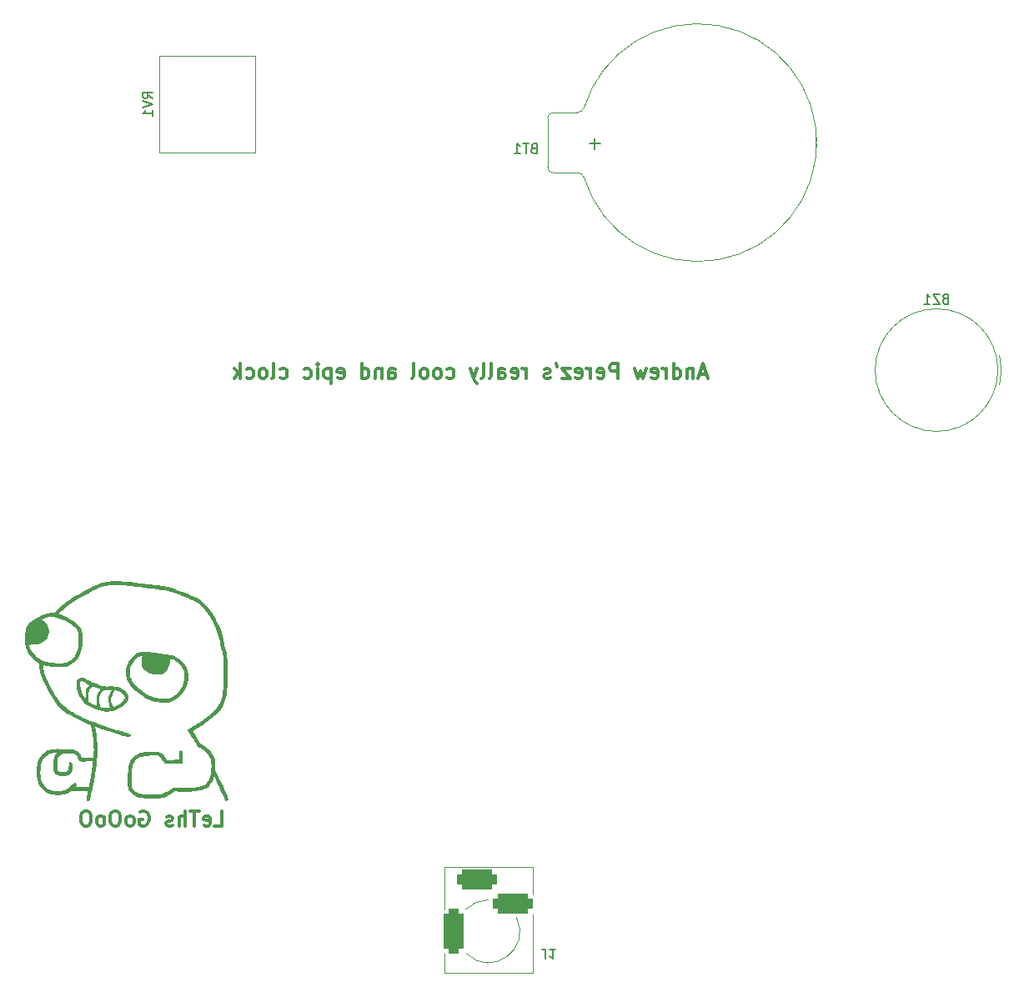
<source format=gbr>
%TF.GenerationSoftware,KiCad,Pcbnew,(6.0.5)*%
%TF.CreationDate,2022-07-21T09:59:54-05:00*%
%TF.ProjectId,First Round Clock,46697273-7420-4526-9f75-6e6420436c6f,rev?*%
%TF.SameCoordinates,PX3dc4fd0PYa381e90*%
%TF.FileFunction,Legend,Bot*%
%TF.FilePolarity,Positive*%
%FSLAX46Y46*%
G04 Gerber Fmt 4.6, Leading zero omitted, Abs format (unit mm)*
G04 Created by KiCad (PCBNEW (6.0.5)) date 2022-07-21 09:59:54*
%MOMM*%
%LPD*%
G01*
G04 APERTURE LIST*
G04 Aperture macros list*
%AMRoundRect*
0 Rectangle with rounded corners*
0 $1 Rounding radius*
0 $2 $3 $4 $5 $6 $7 $8 $9 X,Y pos of 4 corners*
0 Add a 4 corners polygon primitive as box body*
4,1,4,$2,$3,$4,$5,$6,$7,$8,$9,$2,$3,0*
0 Add four circle primitives for the rounded corners*
1,1,$1+$1,$2,$3*
1,1,$1+$1,$4,$5*
1,1,$1+$1,$6,$7*
1,1,$1+$1,$8,$9*
0 Add four rect primitives between the rounded corners*
20,1,$1+$1,$2,$3,$4,$5,0*
20,1,$1+$1,$4,$5,$6,$7,0*
20,1,$1+$1,$6,$7,$8,$9,0*
20,1,$1+$1,$8,$9,$2,$3,0*%
G04 Aperture macros list end*
%ADD10C,0.300000*%
%ADD11C,0.150000*%
%ADD12C,0.120000*%
%ADD13C,3.200000*%
%ADD14C,2.000000*%
%ADD15C,1.600000*%
%ADD16R,1.700000X1.700000*%
%ADD17O,1.700000X1.700000*%
%ADD18R,1.600000X1.600000*%
%ADD19O,1.600000X1.600000*%
%ADD20C,3.000000*%
%ADD21R,1.800000X2.600000*%
%ADD22O,1.800000X2.600000*%
%ADD23RoundRect,0.500000X-0.500000X1.750000X-0.500000X-1.750000X0.500000X-1.750000X0.500000X1.750000X0*%
%ADD24RoundRect,0.500000X-1.500000X-0.500000X1.500000X-0.500000X1.500000X0.500000X-1.500000X0.500000X0*%
%ADD25R,2.000000X2.000000*%
%ADD26R,3.000000X3.000000*%
%ADD27C,1.440000*%
G04 APERTURE END LIST*
D10*
X107377885Y83036600D02*
X106663600Y83036600D01*
X107520742Y82608029D02*
X107020742Y84108029D01*
X106520742Y82608029D01*
X106020742Y83608029D02*
X106020742Y82608029D01*
X106020742Y83465172D02*
X105949314Y83536600D01*
X105806457Y83608029D01*
X105592171Y83608029D01*
X105449314Y83536600D01*
X105377885Y83393743D01*
X105377885Y82608029D01*
X104020742Y82608029D02*
X104020742Y84108029D01*
X104020742Y82679458D02*
X104163600Y82608029D01*
X104449314Y82608029D01*
X104592171Y82679458D01*
X104663600Y82750886D01*
X104735028Y82893743D01*
X104735028Y83322315D01*
X104663600Y83465172D01*
X104592171Y83536600D01*
X104449314Y83608029D01*
X104163600Y83608029D01*
X104020742Y83536600D01*
X103306457Y82608029D02*
X103306457Y83608029D01*
X103306457Y83322315D02*
X103235028Y83465172D01*
X103163600Y83536600D01*
X103020742Y83608029D01*
X102877885Y83608029D01*
X101806457Y82679458D02*
X101949314Y82608029D01*
X102235028Y82608029D01*
X102377885Y82679458D01*
X102449314Y82822315D01*
X102449314Y83393743D01*
X102377885Y83536600D01*
X102235028Y83608029D01*
X101949314Y83608029D01*
X101806457Y83536600D01*
X101735028Y83393743D01*
X101735028Y83250886D01*
X102449314Y83108029D01*
X101235028Y83608029D02*
X100949314Y82608029D01*
X100663600Y83322315D01*
X100377885Y82608029D01*
X100092171Y83608029D01*
X98377885Y82608029D02*
X98377885Y84108029D01*
X97806457Y84108029D01*
X97663600Y84036600D01*
X97592171Y83965172D01*
X97520742Y83822315D01*
X97520742Y83608029D01*
X97592171Y83465172D01*
X97663600Y83393743D01*
X97806457Y83322315D01*
X98377885Y83322315D01*
X96306457Y82679458D02*
X96449314Y82608029D01*
X96735028Y82608029D01*
X96877885Y82679458D01*
X96949314Y82822315D01*
X96949314Y83393743D01*
X96877885Y83536600D01*
X96735028Y83608029D01*
X96449314Y83608029D01*
X96306457Y83536600D01*
X96235028Y83393743D01*
X96235028Y83250886D01*
X96949314Y83108029D01*
X95592171Y82608029D02*
X95592171Y83608029D01*
X95592171Y83322315D02*
X95520742Y83465172D01*
X95449314Y83536600D01*
X95306457Y83608029D01*
X95163600Y83608029D01*
X94092171Y82679458D02*
X94235028Y82608029D01*
X94520742Y82608029D01*
X94663600Y82679458D01*
X94735028Y82822315D01*
X94735028Y83393743D01*
X94663600Y83536600D01*
X94520742Y83608029D01*
X94235028Y83608029D01*
X94092171Y83536600D01*
X94020742Y83393743D01*
X94020742Y83250886D01*
X94735028Y83108029D01*
X93520742Y83608029D02*
X92735028Y83608029D01*
X93520742Y82608029D01*
X92735028Y82608029D01*
X92092171Y84108029D02*
X92235028Y83822315D01*
X91520742Y82679458D02*
X91377885Y82608029D01*
X91092171Y82608029D01*
X90949314Y82679458D01*
X90877885Y82822315D01*
X90877885Y82893743D01*
X90949314Y83036600D01*
X91092171Y83108029D01*
X91306457Y83108029D01*
X91449314Y83179458D01*
X91520742Y83322315D01*
X91520742Y83393743D01*
X91449314Y83536600D01*
X91306457Y83608029D01*
X91092171Y83608029D01*
X90949314Y83536600D01*
X89092171Y82608029D02*
X89092171Y83608029D01*
X89092171Y83322315D02*
X89020742Y83465172D01*
X88949314Y83536600D01*
X88806457Y83608029D01*
X88663600Y83608029D01*
X87592171Y82679458D02*
X87735028Y82608029D01*
X88020742Y82608029D01*
X88163600Y82679458D01*
X88235028Y82822315D01*
X88235028Y83393743D01*
X88163600Y83536600D01*
X88020742Y83608029D01*
X87735028Y83608029D01*
X87592171Y83536600D01*
X87520742Y83393743D01*
X87520742Y83250886D01*
X88235028Y83108029D01*
X86235028Y82608029D02*
X86235028Y83393743D01*
X86306457Y83536600D01*
X86449314Y83608029D01*
X86735028Y83608029D01*
X86877885Y83536600D01*
X86235028Y82679458D02*
X86377885Y82608029D01*
X86735028Y82608029D01*
X86877885Y82679458D01*
X86949314Y82822315D01*
X86949314Y82965172D01*
X86877885Y83108029D01*
X86735028Y83179458D01*
X86377885Y83179458D01*
X86235028Y83250886D01*
X85306457Y82608029D02*
X85449314Y82679458D01*
X85520742Y82822315D01*
X85520742Y84108029D01*
X84520742Y82608029D02*
X84663600Y82679458D01*
X84735028Y82822315D01*
X84735028Y84108029D01*
X84092171Y83608029D02*
X83735028Y82608029D01*
X83377885Y83608029D02*
X83735028Y82608029D01*
X83877885Y82250886D01*
X83949314Y82179458D01*
X84092171Y82108029D01*
X81020742Y82679458D02*
X81163600Y82608029D01*
X81449314Y82608029D01*
X81592171Y82679458D01*
X81663600Y82750886D01*
X81735028Y82893743D01*
X81735028Y83322315D01*
X81663600Y83465172D01*
X81592171Y83536600D01*
X81449314Y83608029D01*
X81163600Y83608029D01*
X81020742Y83536600D01*
X80163600Y82608029D02*
X80306457Y82679458D01*
X80377885Y82750886D01*
X80449314Y82893743D01*
X80449314Y83322315D01*
X80377885Y83465172D01*
X80306457Y83536600D01*
X80163600Y83608029D01*
X79949314Y83608029D01*
X79806457Y83536600D01*
X79735028Y83465172D01*
X79663600Y83322315D01*
X79663600Y82893743D01*
X79735028Y82750886D01*
X79806457Y82679458D01*
X79949314Y82608029D01*
X80163600Y82608029D01*
X78806457Y82608029D02*
X78949314Y82679458D01*
X79020742Y82750886D01*
X79092171Y82893743D01*
X79092171Y83322315D01*
X79020742Y83465172D01*
X78949314Y83536600D01*
X78806457Y83608029D01*
X78592171Y83608029D01*
X78449314Y83536600D01*
X78377885Y83465172D01*
X78306457Y83322315D01*
X78306457Y82893743D01*
X78377885Y82750886D01*
X78449314Y82679458D01*
X78592171Y82608029D01*
X78806457Y82608029D01*
X77449314Y82608029D02*
X77592171Y82679458D01*
X77663600Y82822315D01*
X77663600Y84108029D01*
X75092171Y82608029D02*
X75092171Y83393743D01*
X75163600Y83536600D01*
X75306457Y83608029D01*
X75592171Y83608029D01*
X75735028Y83536600D01*
X75092171Y82679458D02*
X75235028Y82608029D01*
X75592171Y82608029D01*
X75735028Y82679458D01*
X75806457Y82822315D01*
X75806457Y82965172D01*
X75735028Y83108029D01*
X75592171Y83179458D01*
X75235028Y83179458D01*
X75092171Y83250886D01*
X74377885Y83608029D02*
X74377885Y82608029D01*
X74377885Y83465172D02*
X74306457Y83536600D01*
X74163600Y83608029D01*
X73949314Y83608029D01*
X73806457Y83536600D01*
X73735028Y83393743D01*
X73735028Y82608029D01*
X72377885Y82608029D02*
X72377885Y84108029D01*
X72377885Y82679458D02*
X72520742Y82608029D01*
X72806457Y82608029D01*
X72949314Y82679458D01*
X73020742Y82750886D01*
X73092171Y82893743D01*
X73092171Y83322315D01*
X73020742Y83465172D01*
X72949314Y83536600D01*
X72806457Y83608029D01*
X72520742Y83608029D01*
X72377885Y83536600D01*
X69949314Y82679458D02*
X70092171Y82608029D01*
X70377885Y82608029D01*
X70520742Y82679458D01*
X70592171Y82822315D01*
X70592171Y83393743D01*
X70520742Y83536600D01*
X70377885Y83608029D01*
X70092171Y83608029D01*
X69949314Y83536600D01*
X69877885Y83393743D01*
X69877885Y83250886D01*
X70592171Y83108029D01*
X69235028Y83608029D02*
X69235028Y82108029D01*
X69235028Y83536600D02*
X69092171Y83608029D01*
X68806457Y83608029D01*
X68663600Y83536600D01*
X68592171Y83465172D01*
X68520742Y83322315D01*
X68520742Y82893743D01*
X68592171Y82750886D01*
X68663600Y82679458D01*
X68806457Y82608029D01*
X69092171Y82608029D01*
X69235028Y82679458D01*
X67877885Y82608029D02*
X67877885Y83608029D01*
X67877885Y84108029D02*
X67949314Y84036600D01*
X67877885Y83965172D01*
X67806457Y84036600D01*
X67877885Y84108029D01*
X67877885Y83965172D01*
X66520742Y82679458D02*
X66663600Y82608029D01*
X66949314Y82608029D01*
X67092171Y82679458D01*
X67163600Y82750886D01*
X67235028Y82893743D01*
X67235028Y83322315D01*
X67163600Y83465172D01*
X67092171Y83536600D01*
X66949314Y83608029D01*
X66663600Y83608029D01*
X66520742Y83536600D01*
X64092171Y82679458D02*
X64235028Y82608029D01*
X64520742Y82608029D01*
X64663600Y82679458D01*
X64735028Y82750886D01*
X64806457Y82893743D01*
X64806457Y83322315D01*
X64735028Y83465172D01*
X64663600Y83536600D01*
X64520742Y83608029D01*
X64235028Y83608029D01*
X64092171Y83536600D01*
X63235028Y82608029D02*
X63377885Y82679458D01*
X63449314Y82822315D01*
X63449314Y84108029D01*
X62449314Y82608029D02*
X62592171Y82679458D01*
X62663600Y82750886D01*
X62735028Y82893743D01*
X62735028Y83322315D01*
X62663600Y83465172D01*
X62592171Y83536600D01*
X62449314Y83608029D01*
X62235028Y83608029D01*
X62092171Y83536600D01*
X62020742Y83465172D01*
X61949314Y83322315D01*
X61949314Y82893743D01*
X62020742Y82750886D01*
X62092171Y82679458D01*
X62235028Y82608029D01*
X62449314Y82608029D01*
X60663600Y82679458D02*
X60806457Y82608029D01*
X61092171Y82608029D01*
X61235028Y82679458D01*
X61306457Y82750886D01*
X61377885Y82893743D01*
X61377885Y83322315D01*
X61306457Y83465172D01*
X61235028Y83536600D01*
X61092171Y83608029D01*
X60806457Y83608029D01*
X60663600Y83536600D01*
X60020742Y82608029D02*
X60020742Y84108029D01*
X59877885Y83179458D02*
X59449314Y82608029D01*
X59449314Y83608029D02*
X60020742Y83036600D01*
%TO.C,LeThs GoOoO*%
X57440285Y37156572D02*
X58166000Y37156572D01*
X58166000Y38680572D01*
X56351714Y37229143D02*
X56496857Y37156572D01*
X56787142Y37156572D01*
X56932285Y37229143D01*
X57004857Y37374286D01*
X57004857Y37954858D01*
X56932285Y38100000D01*
X56787142Y38172572D01*
X56496857Y38172572D01*
X56351714Y38100000D01*
X56279142Y37954858D01*
X56279142Y37809715D01*
X57004857Y37664572D01*
X55843714Y38680572D02*
X54972857Y38680572D01*
X55408285Y37156572D02*
X55408285Y38680572D01*
X54464857Y37156572D02*
X54464857Y38680572D01*
X53811714Y37156572D02*
X53811714Y37954858D01*
X53884285Y38100000D01*
X54029428Y38172572D01*
X54247142Y38172572D01*
X54392285Y38100000D01*
X54464857Y38027429D01*
X53158571Y37229143D02*
X53013428Y37156572D01*
X52723142Y37156572D01*
X52578000Y37229143D01*
X52505428Y37374286D01*
X52505428Y37446858D01*
X52578000Y37592000D01*
X52723142Y37664572D01*
X52940857Y37664572D01*
X53086000Y37737143D01*
X53158571Y37882286D01*
X53158571Y37954858D01*
X53086000Y38100000D01*
X52940857Y38172572D01*
X52723142Y38172572D01*
X52578000Y38100000D01*
X49892857Y38608000D02*
X50038000Y38680572D01*
X50255714Y38680572D01*
X50473428Y38608000D01*
X50618571Y38462858D01*
X50691142Y38317715D01*
X50763714Y38027429D01*
X50763714Y37809715D01*
X50691142Y37519429D01*
X50618571Y37374286D01*
X50473428Y37229143D01*
X50255714Y37156572D01*
X50110571Y37156572D01*
X49892857Y37229143D01*
X49820285Y37301715D01*
X49820285Y37809715D01*
X50110571Y37809715D01*
X48949428Y37156572D02*
X49094571Y37229143D01*
X49167142Y37301715D01*
X49239714Y37446858D01*
X49239714Y37882286D01*
X49167142Y38027429D01*
X49094571Y38100000D01*
X48949428Y38172572D01*
X48731714Y38172572D01*
X48586571Y38100000D01*
X48514000Y38027429D01*
X48441428Y37882286D01*
X48441428Y37446858D01*
X48514000Y37301715D01*
X48586571Y37229143D01*
X48731714Y37156572D01*
X48949428Y37156572D01*
X47498000Y38680572D02*
X47207714Y38680572D01*
X47062571Y38608000D01*
X46917428Y38462858D01*
X46844857Y38172572D01*
X46844857Y37664572D01*
X46917428Y37374286D01*
X47062571Y37229143D01*
X47207714Y37156572D01*
X47498000Y37156572D01*
X47643142Y37229143D01*
X47788285Y37374286D01*
X47860857Y37664572D01*
X47860857Y38172572D01*
X47788285Y38462858D01*
X47643142Y38608000D01*
X47498000Y38680572D01*
X45974000Y37156572D02*
X46119142Y37229143D01*
X46191714Y37301715D01*
X46264285Y37446858D01*
X46264285Y37882286D01*
X46191714Y38027429D01*
X46119142Y38100000D01*
X45974000Y38172572D01*
X45756285Y38172572D01*
X45611142Y38100000D01*
X45538571Y38027429D01*
X45466000Y37882286D01*
X45466000Y37446858D01*
X45538571Y37301715D01*
X45611142Y37229143D01*
X45756285Y37156572D01*
X45974000Y37156572D01*
X44522571Y38680572D02*
X44232285Y38680572D01*
X44087142Y38608000D01*
X43942000Y38462858D01*
X43869428Y38172572D01*
X43869428Y37664572D01*
X43942000Y37374286D01*
X44087142Y37229143D01*
X44232285Y37156572D01*
X44522571Y37156572D01*
X44667714Y37229143D01*
X44812857Y37374286D01*
X44885428Y37664572D01*
X44885428Y38172572D01*
X44812857Y38462858D01*
X44667714Y38608000D01*
X44522571Y38680572D01*
D11*
%TO.C,J1*%
X91030466Y23633181D02*
X91030466Y24347467D01*
X90982847Y24490324D01*
X90887609Y24585562D01*
X90744752Y24633181D01*
X90649514Y24633181D01*
X92030466Y24633181D02*
X91459038Y24633181D01*
X91744752Y24633181D02*
X91744752Y23633181D01*
X91649514Y23776039D01*
X91554276Y23871277D01*
X91459038Y23918896D01*
%TO.C,BZ1*%
X131610952Y90691429D02*
X131468095Y90643810D01*
X131420476Y90596191D01*
X131372857Y90500953D01*
X131372857Y90358096D01*
X131420476Y90262858D01*
X131468095Y90215239D01*
X131563333Y90167620D01*
X131944285Y90167620D01*
X131944285Y91167620D01*
X131610952Y91167620D01*
X131515714Y91120000D01*
X131468095Y91072381D01*
X131420476Y90977143D01*
X131420476Y90881905D01*
X131468095Y90786667D01*
X131515714Y90739048D01*
X131610952Y90691429D01*
X131944285Y90691429D01*
X131039523Y91167620D02*
X130372857Y91167620D01*
X131039523Y90167620D01*
X130372857Y90167620D01*
X129468095Y90167620D02*
X130039523Y90167620D01*
X129753809Y90167620D02*
X129753809Y91167620D01*
X129849047Y91024762D01*
X129944285Y90929524D01*
X130039523Y90881905D01*
%TO.C,BT1*%
X89838114Y105989429D02*
X89695257Y105941810D01*
X89647638Y105894191D01*
X89600019Y105798953D01*
X89600019Y105656096D01*
X89647638Y105560858D01*
X89695257Y105513239D01*
X89790495Y105465620D01*
X90171447Y105465620D01*
X90171447Y106465620D01*
X89838114Y106465620D01*
X89742876Y106418000D01*
X89695257Y106370381D01*
X89647638Y106275143D01*
X89647638Y106179905D01*
X89695257Y106084667D01*
X89742876Y106037048D01*
X89838114Y105989429D01*
X90171447Y105989429D01*
X89314304Y106465620D02*
X88742876Y106465620D01*
X89028590Y105465620D02*
X89028590Y106465620D01*
X87885733Y105465620D02*
X88457161Y105465620D01*
X88171447Y105465620D02*
X88171447Y106465620D01*
X88266685Y106322762D01*
X88361923Y106227524D01*
X88457161Y106179905D01*
X96609742Y106445858D02*
X95466885Y106445858D01*
X96038314Y105874429D02*
X96038314Y107017286D01*
%TO.C,RV1*%
X51127380Y111060239D02*
X50651190Y111393572D01*
X51127380Y111631667D02*
X50127380Y111631667D01*
X50127380Y111250715D01*
X50175000Y111155477D01*
X50222619Y111107858D01*
X50317857Y111060239D01*
X50460714Y111060239D01*
X50555952Y111107858D01*
X50603571Y111155477D01*
X50651190Y111250715D01*
X50651190Y111631667D01*
X50127380Y110774524D02*
X51127380Y110441191D01*
X50127380Y110107858D01*
X51127380Y109250715D02*
X51127380Y109822143D01*
X51127380Y109536429D02*
X50127380Y109536429D01*
X50270238Y109631667D01*
X50365476Y109726905D01*
X50413095Y109822143D01*
%TO.C,LeThs GoOoO*%
G36*
X48249598Y50946101D02*
G01*
X48385047Y50833319D01*
X48438317Y50777819D01*
X48543000Y50647247D01*
X48609966Y50518824D01*
X48645521Y50378051D01*
X48655803Y50213138D01*
X48655972Y50210430D01*
X48655944Y50193282D01*
X48652866Y50081045D01*
X48641798Y49997938D01*
X48618624Y49924072D01*
X48579229Y49839559D01*
X48544031Y49775727D01*
X48401214Y49583366D01*
X48209233Y49401782D01*
X47969269Y49231848D01*
X47682500Y49074436D01*
X47350105Y48930419D01*
X47299743Y48911220D01*
X47132146Y48852766D01*
X46984499Y48812697D01*
X46836630Y48786226D01*
X46668370Y48768562D01*
X46425483Y48760716D01*
X46066197Y48788750D01*
X45706368Y48860787D01*
X45352733Y48973713D01*
X45012026Y49124412D01*
X44690986Y49309770D01*
X44396346Y49526672D01*
X44134845Y49772002D01*
X43913217Y50042646D01*
X43825839Y50172069D01*
X43708257Y50374637D01*
X43613664Y50583032D01*
X43535500Y50812485D01*
X43467206Y51078226D01*
X43431446Y51259039D01*
X43404932Y51500258D01*
X43407374Y51573240D01*
X43764640Y51573240D01*
X43768359Y51497430D01*
X43787276Y51348970D01*
X43818983Y51179394D01*
X43859851Y51005211D01*
X43906254Y50842929D01*
X43954561Y50709058D01*
X43988285Y50634008D01*
X44049481Y50510844D01*
X44110198Y50400500D01*
X44157301Y50324874D01*
X44221445Y50230796D01*
X44276579Y50158804D01*
X44353491Y50068459D01*
X44339633Y50275143D01*
X44337143Y50351215D01*
X44623665Y50351215D01*
X44629193Y50141370D01*
X44647223Y49775460D01*
X44793061Y49673499D01*
X44824637Y49652252D01*
X44928438Y49588325D01*
X45050719Y49518873D01*
X45171215Y49455574D01*
X45221916Y49430402D01*
X45348382Y49369597D01*
X45435984Y49331640D01*
X45489468Y49314908D01*
X45513582Y49317776D01*
X45513071Y49338620D01*
X45504011Y49369275D01*
X45487441Y49459173D01*
X45472201Y49580791D01*
X45459387Y49721177D01*
X45450096Y49867380D01*
X45445425Y50006446D01*
X45445785Y50047461D01*
X45726215Y50047461D01*
X45726325Y50028982D01*
X45730918Y49908073D01*
X45741234Y49770509D01*
X45755847Y49627655D01*
X45773329Y49490881D01*
X45792254Y49371552D01*
X45811195Y49281037D01*
X45828726Y49230702D01*
X45858389Y49211075D01*
X45925327Y49186267D01*
X46013202Y49163418D01*
X46064482Y49154839D01*
X46177357Y49143459D01*
X46314324Y49135427D01*
X46460290Y49131113D01*
X46600166Y49130884D01*
X46718859Y49135110D01*
X46801279Y49144159D01*
X46804664Y49144826D01*
X46828922Y49152140D01*
X46839020Y49168279D01*
X46833642Y49202994D01*
X46811474Y49266038D01*
X46771200Y49367163D01*
X46744984Y49434206D01*
X46691489Y49593668D01*
X46657996Y49742495D01*
X46645308Y49888609D01*
X46646234Y49904315D01*
X46927387Y49904315D01*
X46940220Y49764439D01*
X46981181Y49605841D01*
X47052288Y49417691D01*
X47072298Y49373015D01*
X47120246Y49292872D01*
X47162786Y49263102D01*
X47170409Y49263140D01*
X47224974Y49275618D01*
X47307750Y49304063D01*
X47404041Y49343573D01*
X47463903Y49370673D01*
X47717760Y49502166D01*
X47926914Y49639625D01*
X48090708Y49781251D01*
X48208487Y49925244D01*
X48279595Y50069806D01*
X48303378Y50213138D01*
X48279179Y50353440D01*
X48206344Y50488914D01*
X48084216Y50617760D01*
X47912141Y50738180D01*
X47902010Y50743994D01*
X47801417Y50793760D01*
X47679323Y50844245D01*
X47552589Y50889386D01*
X47438080Y50923119D01*
X47352658Y50939380D01*
X47316683Y50940361D01*
X47286271Y50930058D01*
X47258574Y50899118D01*
X47225895Y50838609D01*
X47180540Y50739597D01*
X47169642Y50715081D01*
X47065443Y50459958D01*
X46987496Y50227445D01*
X46938800Y50026393D01*
X46927387Y49904315D01*
X46646234Y49904315D01*
X46654229Y50039932D01*
X46685559Y50204386D01*
X46740103Y50389894D01*
X46818663Y50604376D01*
X46922042Y50855756D01*
X46960524Y50946101D01*
X46534931Y50944183D01*
X46109337Y50942265D01*
X45992345Y50776399D01*
X45926050Y50676174D01*
X45855656Y50558637D01*
X45800794Y50455654D01*
X45777280Y50404984D01*
X45750292Y50333508D01*
X45734855Y50261421D01*
X45727864Y50171735D01*
X45726215Y50047461D01*
X45445785Y50047461D01*
X45446468Y50125424D01*
X45448136Y50163221D01*
X45456744Y50282947D01*
X45471830Y50374829D01*
X45497443Y50457748D01*
X45537630Y50550585D01*
X45583615Y50641589D01*
X45654750Y50768000D01*
X45723965Y50878284D01*
X45764591Y50938595D01*
X45806761Y51004834D01*
X45824624Y51042131D01*
X45821563Y51058576D01*
X45800967Y51062260D01*
X45791813Y51064300D01*
X45741251Y51081149D01*
X45655739Y51112237D01*
X45544118Y51154188D01*
X45415230Y51203623D01*
X45277917Y51257167D01*
X45141020Y51311442D01*
X45013380Y51363071D01*
X45006376Y51361937D01*
X44971642Y51333529D01*
X44919307Y51276547D01*
X44857529Y51201202D01*
X44794462Y51117705D01*
X44738263Y51036267D01*
X44697088Y50967098D01*
X44690644Y50953460D01*
X44661950Y50855667D01*
X44640751Y50716962D01*
X44627753Y50545945D01*
X44623665Y50351215D01*
X44337143Y50351215D01*
X44334566Y50429931D01*
X44352684Y50697750D01*
X44404710Y50942323D01*
X44489030Y51157176D01*
X44604030Y51335837D01*
X44639440Y51380915D01*
X44678071Y51436299D01*
X44692673Y51466706D01*
X44683001Y51478155D01*
X44636951Y51511969D01*
X44561659Y51559943D01*
X44466809Y51615688D01*
X44383230Y51662853D01*
X44232527Y51745617D01*
X44116476Y51804276D01*
X44028640Y51840714D01*
X43962579Y51856819D01*
X43911854Y51854476D01*
X43870024Y51835570D01*
X43830650Y51801988D01*
X43807010Y51776299D01*
X43779923Y51730291D01*
X43767517Y51668557D01*
X43764640Y51573240D01*
X43407374Y51573240D01*
X43411777Y51704828D01*
X43452293Y51874664D01*
X43526787Y52011681D01*
X43635572Y52117792D01*
X43680465Y52147567D01*
X43806836Y52202409D01*
X43943328Y52218379D01*
X44095200Y52194902D01*
X44267711Y52131406D01*
X44466119Y52027318D01*
X44566256Y51969154D01*
X44662388Y51914968D01*
X44749945Y51868611D01*
X44838399Y51825721D01*
X44937222Y51781934D01*
X45055886Y51732890D01*
X45203863Y51674227D01*
X45390626Y51601583D01*
X45449050Y51578932D01*
X45645385Y51502914D01*
X45741009Y51466706D01*
X45804324Y51442732D01*
X45934555Y51396591D01*
X46044762Y51362691D01*
X46143633Y51339234D01*
X46239854Y51324424D01*
X46342113Y51316463D01*
X46459094Y51313551D01*
X46599485Y51313892D01*
X46771973Y51315688D01*
X46943586Y51317022D01*
X47099878Y51316805D01*
X47221661Y51314191D01*
X47318067Y51308626D01*
X47398231Y51299556D01*
X47471285Y51286426D01*
X47546363Y51268681D01*
X47662074Y51235170D01*
X47873152Y51155272D01*
X48072961Y51057016D01*
X48096734Y51042131D01*
X48248069Y50947374D01*
X48249598Y50946101D01*
G37*
G36*
X54749954Y51984432D02*
G01*
X54682346Y51701378D01*
X54566993Y51371679D01*
X54418173Y51058407D01*
X54239699Y50765952D01*
X54035387Y50498701D01*
X53809049Y50261046D01*
X53564502Y50057374D01*
X53305558Y49892076D01*
X53036032Y49769541D01*
X52759739Y49694158D01*
X52734185Y49690158D01*
X52612534Y49680182D01*
X52454744Y49677003D01*
X52272541Y49680128D01*
X52077652Y49689064D01*
X51881801Y49703315D01*
X51696716Y49722389D01*
X51534122Y49745791D01*
X51390955Y49772537D01*
X51147745Y49829798D01*
X50919562Y49901500D01*
X50699582Y49991282D01*
X50480978Y50102781D01*
X50256926Y50239637D01*
X50020601Y50405487D01*
X49765177Y50603969D01*
X49483829Y50838722D01*
X49244964Y51052569D01*
X49036680Y51262113D01*
X48866935Y51463286D01*
X48731333Y51662585D01*
X48625478Y51866504D01*
X48544975Y52081541D01*
X48485428Y52314191D01*
X48467883Y52409208D01*
X48439719Y52738678D01*
X48447532Y52859545D01*
X48836356Y52859545D01*
X48841275Y52573003D01*
X48890365Y52293444D01*
X48983437Y52027754D01*
X49120304Y51782817D01*
X49123317Y51778432D01*
X49222202Y51651915D01*
X49356436Y51504460D01*
X49518353Y51342953D01*
X49700287Y51174283D01*
X49894572Y51005339D01*
X50093541Y50843009D01*
X50289528Y50694179D01*
X50474867Y50565740D01*
X50535263Y50526905D01*
X50738780Y50407490D01*
X50934676Y50313848D01*
X51137734Y50240398D01*
X51362737Y50181558D01*
X51624467Y50131749D01*
X51652683Y50127199D01*
X51841784Y50101845D01*
X52040232Y50082867D01*
X52235997Y50070830D01*
X52417050Y50066296D01*
X52571361Y50069828D01*
X52686900Y50081991D01*
X52716515Y50087722D01*
X52960818Y50163100D01*
X53198583Y50284304D01*
X53425842Y50446197D01*
X53638628Y50643637D01*
X53832973Y50871485D01*
X54004909Y51124604D01*
X54150469Y51397852D01*
X54265685Y51686091D01*
X54346589Y51984182D01*
X54389214Y52286986D01*
X54391245Y52320296D01*
X54379260Y52588937D01*
X54318799Y52855703D01*
X54212417Y53114198D01*
X54062672Y53358028D01*
X53872119Y53580796D01*
X53719044Y53719595D01*
X53552404Y53845613D01*
X53382332Y53952663D01*
X53217944Y54035570D01*
X53068360Y54089159D01*
X52942699Y54108255D01*
X52929933Y54107822D01*
X52908020Y54099437D01*
X52897039Y54071969D01*
X52894455Y54014605D01*
X52897732Y53916535D01*
X52893902Y53753880D01*
X52847919Y53505757D01*
X52756481Y53263291D01*
X52622944Y53034650D01*
X52450662Y52828002D01*
X52413859Y52791319D01*
X52303088Y52691305D01*
X52198421Y52618862D01*
X52088395Y52569794D01*
X51961551Y52539907D01*
X51806427Y52525007D01*
X51611561Y52520897D01*
X51457777Y52523238D01*
X51299484Y52534656D01*
X51158278Y52558951D01*
X51018984Y52599810D01*
X50866428Y52660922D01*
X50685435Y52745975D01*
X50466427Y52875027D01*
X50291001Y53027943D01*
X50158267Y53207347D01*
X50065694Y53416666D01*
X50010749Y53659325D01*
X49997013Y53796780D01*
X49993377Y53957473D01*
X50001847Y54108544D01*
X50021584Y54236291D01*
X50051744Y54327012D01*
X50052088Y54327675D01*
X50077882Y54381415D01*
X50088593Y54411590D01*
X50068470Y54424014D01*
X50012577Y54421017D01*
X49933437Y54404845D01*
X49843611Y54378670D01*
X49755663Y54345662D01*
X49682155Y54308992D01*
X49651441Y54289335D01*
X49528815Y54193927D01*
X49396940Y54070036D01*
X49268132Y53930734D01*
X49154708Y53789094D01*
X49068983Y53658187D01*
X48959786Y53426046D01*
X48875797Y53146187D01*
X48836356Y52859545D01*
X48447532Y52859545D01*
X48460806Y53064900D01*
X48529381Y53382851D01*
X48643679Y53687509D01*
X48801936Y53973853D01*
X49002388Y54236860D01*
X49243271Y54471508D01*
X49306381Y54522874D01*
X49465847Y54635349D01*
X49625508Y54718803D01*
X49795203Y54776033D01*
X49984771Y54809840D01*
X50204051Y54823020D01*
X50462882Y54818372D01*
X50620016Y54810629D01*
X50849146Y54795819D01*
X51063332Y54776543D01*
X51278887Y54751013D01*
X51512121Y54717441D01*
X51779346Y54674039D01*
X51860950Y54660537D01*
X52063119Y54628836D01*
X52277263Y54597217D01*
X52482458Y54568723D01*
X52657779Y54546392D01*
X52857298Y54520379D01*
X53045087Y54488764D01*
X53202936Y54451780D01*
X53342367Y54406161D01*
X53474904Y54348642D01*
X53612069Y54275957D01*
X53755343Y54188279D01*
X54023878Y53983964D01*
X54255378Y53750922D01*
X54447760Y53493351D01*
X54598940Y53215447D01*
X54706833Y52921406D01*
X54769355Y52615426D01*
X54783531Y52320296D01*
X54784424Y52301702D01*
X54749954Y51984432D01*
G37*
G36*
X45368076Y42851052D02*
G01*
X45277077Y42290916D01*
X45168306Y41685751D01*
X45041569Y41033906D01*
X45001455Y40834742D01*
X44950473Y40583902D01*
X44907472Y40376372D01*
X44871353Y40207777D01*
X44841015Y40073745D01*
X44815359Y39969900D01*
X44793285Y39891871D01*
X44773693Y39835282D01*
X44755483Y39795760D01*
X44737556Y39768932D01*
X44718811Y39750423D01*
X44643384Y39711493D01*
X44555800Y39714850D01*
X44473091Y39767895D01*
X44450249Y39792516D01*
X44427527Y39827952D01*
X44416060Y39871806D01*
X44416069Y39932421D01*
X44427777Y40018137D01*
X44451403Y40137295D01*
X44487171Y40298235D01*
X44494023Y40328559D01*
X44521680Y40454033D01*
X44544097Y40560625D01*
X44559123Y40637867D01*
X44564610Y40675291D01*
X44564533Y40676488D01*
X44555657Y40686295D01*
X44528681Y40694135D01*
X44478816Y40700211D01*
X44401273Y40704725D01*
X44291263Y40707882D01*
X44143996Y40709885D01*
X43954685Y40710938D01*
X43718539Y40711243D01*
X42872468Y40711243D01*
X42731746Y40605507D01*
X42725832Y40601072D01*
X42595402Y40509857D01*
X42479918Y40446405D01*
X42359489Y40401510D01*
X42214226Y40365964D01*
X42101394Y40345991D01*
X41889097Y40321597D01*
X41658102Y40308420D01*
X41419978Y40306200D01*
X41186292Y40314676D01*
X40968615Y40333589D01*
X40778515Y40362678D01*
X40627561Y40401682D01*
X40584923Y40417407D01*
X40384952Y40516820D01*
X40186707Y40654682D01*
X40003645Y40821927D01*
X39854845Y40991335D01*
X39663500Y41266346D01*
X39516244Y41561466D01*
X39412698Y41878391D01*
X39352485Y42218812D01*
X39336986Y42547115D01*
X39739369Y42547115D01*
X39749099Y42287580D01*
X39778376Y42051960D01*
X39828059Y41851818D01*
X39859539Y41765262D01*
X39972669Y41522565D01*
X40113191Y41298492D01*
X40273618Y41103965D01*
X40446460Y40949906D01*
X40529359Y40891364D01*
X40655418Y40817051D01*
X40776858Y40768542D01*
X40912069Y40737445D01*
X40939032Y40733137D01*
X41102029Y40715274D01*
X41291977Y40705135D01*
X41495841Y40702474D01*
X41700590Y40707043D01*
X41893190Y40718596D01*
X42060609Y40736885D01*
X42189813Y40761663D01*
X42223820Y40771731D01*
X42346878Y40825576D01*
X42479935Y40910984D01*
X42627052Y41031181D01*
X42792288Y41189390D01*
X42979704Y41388835D01*
X43062682Y41475361D01*
X43140058Y41537784D01*
X43205477Y41562336D01*
X43267581Y41551954D01*
X43335011Y41509573D01*
X43369005Y41475160D01*
X43402522Y41392552D01*
X43391599Y41298709D01*
X43336197Y41203671D01*
X43269370Y41124252D01*
X44661409Y41124252D01*
X44678670Y41208144D01*
X44691049Y41269308D01*
X44723431Y41436643D01*
X44759277Y41630402D01*
X44797532Y41844150D01*
X44837145Y42071451D01*
X44877060Y42305869D01*
X44916224Y42540968D01*
X44953585Y42770314D01*
X44988088Y42987469D01*
X45018680Y43185999D01*
X45044308Y43359468D01*
X45063918Y43501441D01*
X45076456Y43605481D01*
X45080870Y43665153D01*
X45079085Y43679652D01*
X45069294Y43691457D01*
X45045266Y43699566D01*
X45000773Y43704309D01*
X44929589Y43706013D01*
X44825487Y43705008D01*
X44682241Y43701623D01*
X44493624Y43696187D01*
X44473360Y43695584D01*
X44288829Y43690298D01*
X44147659Y43687134D01*
X44042332Y43686530D01*
X43965330Y43688927D01*
X43909135Y43694762D01*
X43866231Y43704477D01*
X43829098Y43718511D01*
X43790220Y43737302D01*
X43768500Y43748609D01*
X43721649Y43778252D01*
X43681834Y43816395D01*
X43641804Y43872592D01*
X43594307Y43956397D01*
X43532089Y44077364D01*
X43478540Y44180018D01*
X43406498Y44299783D01*
X43336990Y44384537D01*
X43261004Y44442431D01*
X43169531Y44481614D01*
X43053560Y44510238D01*
X42965957Y44523667D01*
X42795626Y44536339D01*
X42604197Y44538494D01*
X42409663Y44530575D01*
X42230020Y44513029D01*
X42083262Y44486297D01*
X42044951Y44476380D01*
X41867807Y44418496D01*
X41732101Y44346876D01*
X41631548Y44254137D01*
X41559861Y44132897D01*
X41510756Y43975776D01*
X41477947Y43775390D01*
X41460677Y43601473D01*
X41449049Y43420429D01*
X41443670Y43247051D01*
X41444681Y43092216D01*
X41452221Y42966802D01*
X41466432Y42881686D01*
X41479688Y42842866D01*
X41533751Y42754108D01*
X41617924Y42688473D01*
X41737043Y42643882D01*
X41895945Y42618255D01*
X42099467Y42609513D01*
X42229719Y42613794D01*
X42362124Y42636236D01*
X42461647Y42682669D01*
X42532908Y42758432D01*
X42580526Y42868866D01*
X42609118Y43019311D01*
X42623305Y43215105D01*
X42628917Y43322661D01*
X42637915Y43432140D01*
X42648406Y43514848D01*
X42659096Y43558363D01*
X42707445Y43612355D01*
X42782414Y43639307D01*
X42864726Y43632234D01*
X42939281Y43592767D01*
X42990979Y43522536D01*
X42993157Y43516778D01*
X43006877Y43443124D01*
X43012977Y43333581D01*
X43012109Y43201602D01*
X43004926Y43060638D01*
X42992078Y42924140D01*
X42974219Y42805562D01*
X42952000Y42718355D01*
X42904366Y42618657D01*
X42804693Y42483151D01*
X42680040Y42366530D01*
X42545502Y42284889D01*
X42520754Y42274785D01*
X42363094Y42233166D01*
X42172894Y42213445D01*
X41962435Y42216276D01*
X41743999Y42242310D01*
X41643768Y42262957D01*
X41475511Y42317713D01*
X41336885Y42395178D01*
X41226597Y42498501D01*
X41143350Y42630830D01*
X41085848Y42795313D01*
X41052796Y42995099D01*
X41042898Y43233336D01*
X41054858Y43513173D01*
X41087381Y43837757D01*
X41110763Y44003539D01*
X41140895Y44147621D01*
X41180088Y44265213D01*
X41232809Y44369456D01*
X41303526Y44473489D01*
X41366424Y44557382D01*
X41238316Y44557382D01*
X41071998Y44545726D01*
X40880717Y44511536D01*
X40695239Y44459995D01*
X40538242Y44396320D01*
X40510834Y44381919D01*
X40352985Y44277283D01*
X40201759Y44143956D01*
X40071554Y43996011D01*
X39976771Y43847524D01*
X39953751Y43798810D01*
X39878676Y43593145D01*
X39818838Y43353580D01*
X39775100Y43091678D01*
X39748324Y42819002D01*
X39739369Y42547115D01*
X39336986Y42547115D01*
X39335225Y42584426D01*
X39360541Y42976924D01*
X39428053Y43398003D01*
X39428573Y43400564D01*
X39485154Y43646472D01*
X39548743Y43851479D01*
X39624801Y44026188D01*
X39718788Y44181203D01*
X39836162Y44327127D01*
X39982384Y44474561D01*
X40026939Y44514722D01*
X40240933Y44674428D01*
X40471573Y44798347D01*
X40705565Y44879042D01*
X40740612Y44887353D01*
X40978852Y44931552D01*
X41226029Y44958535D01*
X41467976Y44967686D01*
X41690528Y44958390D01*
X41879518Y44930033D01*
X41917722Y44921713D01*
X42025855Y44905021D01*
X42128905Y44903807D01*
X42254316Y44917126D01*
X42491146Y44939913D01*
X42754345Y44938547D01*
X43036211Y44908204D01*
X43070163Y44902811D01*
X43294943Y44848150D01*
X43481092Y44763785D01*
X43634510Y44645314D01*
X43761093Y44488337D01*
X43866740Y44288452D01*
X43952069Y44092748D01*
X44542282Y44092748D01*
X44562210Y44092752D01*
X44756800Y44093517D01*
X44905100Y44095771D01*
X45011990Y44099781D01*
X45082353Y44105814D01*
X45121072Y44114136D01*
X45133028Y44125014D01*
X45133473Y44135894D01*
X45136637Y44192423D01*
X45142311Y44285969D01*
X45149888Y44406623D01*
X45158761Y44544475D01*
X45169297Y44841490D01*
X45163182Y45187204D01*
X45139136Y45569120D01*
X45096911Y45990197D01*
X45036262Y46453393D01*
X44956941Y46961666D01*
X44887272Y47379176D01*
X44487171Y47542508D01*
X44275476Y47630569D01*
X43744425Y47867682D01*
X43261088Y48108404D01*
X42826243Y48352280D01*
X42440670Y48598857D01*
X42105147Y48847678D01*
X41820455Y49098291D01*
X41772153Y49145508D01*
X41587598Y49333703D01*
X41419405Y49520040D01*
X41262512Y49711638D01*
X41111860Y49915616D01*
X40962387Y50139095D01*
X40809035Y50389193D01*
X40646742Y50673031D01*
X40470449Y50997727D01*
X40344288Y51237442D01*
X40184023Y51553047D01*
X40049026Y51835527D01*
X39937271Y52090680D01*
X39846734Y52324309D01*
X39775391Y52542212D01*
X39721216Y52750190D01*
X39682185Y52954044D01*
X39656273Y53159574D01*
X39641456Y53372580D01*
X39627367Y53682392D01*
X39495328Y53764160D01*
X39404488Y53824968D01*
X39259104Y53934687D01*
X39102782Y54063758D01*
X38948749Y54200727D01*
X38810229Y54334142D01*
X38700448Y54452548D01*
X38543710Y54652041D01*
X38403720Y54873418D01*
X38312309Y55079845D01*
X38275536Y55218459D01*
X38243064Y55406990D01*
X38227486Y55545955D01*
X38621665Y55545955D01*
X38637574Y55429890D01*
X38660677Y55296567D01*
X38696793Y55175146D01*
X38752284Y55058067D01*
X38835298Y54924500D01*
X38927567Y54799621D01*
X39088176Y54618434D01*
X39275566Y54438167D01*
X39479139Y54267532D01*
X39688297Y54115240D01*
X39892442Y53990003D01*
X40080975Y53900533D01*
X40166176Y53872410D01*
X40310457Y53835076D01*
X40488185Y53796734D01*
X40689393Y53759216D01*
X40904119Y53724358D01*
X41122398Y53693990D01*
X41334265Y53669948D01*
X41645486Y53649600D01*
X41928108Y53655791D01*
X42179235Y53691518D01*
X42405654Y53758815D01*
X42614151Y53859715D01*
X42811511Y53996251D01*
X43004520Y54170458D01*
X43057412Y54225525D01*
X43232514Y54444382D01*
X43374452Y54687985D01*
X43484083Y54959437D01*
X43562264Y55261839D01*
X43609852Y55598294D01*
X43627705Y55971905D01*
X43616679Y56385773D01*
X43610955Y56482323D01*
X43601243Y56626463D01*
X43591349Y56733905D01*
X43579704Y56814308D01*
X43564740Y56877332D01*
X43544889Y56932638D01*
X43518581Y56989886D01*
X43514092Y56998860D01*
X43433618Y57126185D01*
X43318913Y57266570D01*
X43180329Y57409292D01*
X43028216Y57543625D01*
X42872925Y57658845D01*
X42841154Y57679683D01*
X42625628Y57808570D01*
X42383859Y57935151D01*
X42127143Y58054700D01*
X41866778Y58162493D01*
X41614062Y58253807D01*
X41380292Y58323918D01*
X41176766Y58368100D01*
X41063593Y58381801D01*
X40871473Y58389346D01*
X40676861Y58380772D01*
X40497240Y58357108D01*
X40350090Y58319384D01*
X40280242Y58293667D01*
X40168323Y58249219D01*
X40063204Y58204089D01*
X39975265Y58162988D01*
X39914888Y58130627D01*
X39892455Y58111717D01*
X39912115Y58091867D01*
X39965096Y58054268D01*
X40039718Y58007378D01*
X40121061Y57955707D01*
X40281179Y57827057D01*
X40403510Y57680115D01*
X40495647Y57504513D01*
X40565184Y57289883D01*
X40569546Y57272458D01*
X40611592Y57006119D01*
X40604572Y56754613D01*
X40549379Y56519855D01*
X40446904Y56303761D01*
X40298041Y56108245D01*
X40103682Y55935223D01*
X39864719Y55786610D01*
X39668758Y55697342D01*
X39451576Y55628497D01*
X39213546Y55584145D01*
X38940851Y55560908D01*
X38621665Y55545955D01*
X38227486Y55545955D01*
X38218167Y55629086D01*
X38201642Y55875626D01*
X38194281Y56137489D01*
X38196880Y56405552D01*
X38207710Y56659809D01*
X38227601Y56898675D01*
X38257940Y57099097D01*
X38300948Y57267808D01*
X38358848Y57411537D01*
X38433863Y57537015D01*
X38528215Y57650974D01*
X38644126Y57760143D01*
X38760500Y57855961D01*
X39028551Y58054544D01*
X39318882Y58244081D01*
X39618067Y58416591D01*
X39912683Y58564095D01*
X40189305Y58678614D01*
X40275224Y58708744D01*
X40358622Y58733712D01*
X40439281Y58750629D01*
X40530793Y58761623D01*
X40646747Y58768821D01*
X40800735Y58774351D01*
X41179848Y58785897D01*
X41298290Y58936654D01*
X41371500Y59023013D01*
X41502449Y59160208D01*
X41662935Y59314513D01*
X41845280Y59479223D01*
X42041811Y59647638D01*
X42244853Y59813055D01*
X42446729Y59968772D01*
X42639765Y60108086D01*
X42730415Y60169649D01*
X42870160Y60260160D01*
X43026597Y60356374D01*
X43204672Y60461129D01*
X43409326Y60577263D01*
X43645504Y60707614D01*
X43918148Y60855019D01*
X44232201Y61022318D01*
X44557758Y61193837D01*
X44863663Y61352099D01*
X45135318Y61488126D01*
X45378201Y61603582D01*
X45597790Y61700127D01*
X45799564Y61779423D01*
X45989001Y61843133D01*
X46171581Y61892918D01*
X46352782Y61930440D01*
X46538083Y61957361D01*
X46732962Y61975343D01*
X46942897Y61986047D01*
X47173368Y61991136D01*
X47429854Y61992271D01*
X47527041Y61992085D01*
X47691672Y61991150D01*
X47843216Y61989065D01*
X47987034Y61985380D01*
X48128481Y61979647D01*
X48272917Y61971416D01*
X48425700Y61960238D01*
X48592186Y61945662D01*
X48777735Y61927241D01*
X48987704Y61904525D01*
X49227451Y61877064D01*
X49502333Y61844408D01*
X49817710Y61806110D01*
X50178939Y61761718D01*
X50287497Y61748369D01*
X50542777Y61717241D01*
X50794048Y61686947D01*
X51033438Y61658415D01*
X51253079Y61632573D01*
X51445102Y61610350D01*
X51601636Y61592674D01*
X51714813Y61580475D01*
X51780606Y61573521D01*
X52041231Y61541667D01*
X52285063Y61503614D01*
X52522749Y61456867D01*
X52764936Y61398933D01*
X53022272Y61327317D01*
X53305403Y61239527D01*
X53624976Y61133067D01*
X53859361Y61050610D01*
X54127149Y60951404D01*
X54399698Y60845793D01*
X54670300Y60736649D01*
X54932249Y60626845D01*
X55178838Y60519252D01*
X55403360Y60416743D01*
X55599109Y60322189D01*
X55759377Y60238464D01*
X55877459Y60168439D01*
X55941434Y60124980D01*
X56201012Y59920222D01*
X56462799Y59670213D01*
X56723243Y59379713D01*
X56978787Y59053479D01*
X57225877Y58696271D01*
X57460959Y58312848D01*
X57680479Y57907967D01*
X57880881Y57486388D01*
X57981306Y57250921D01*
X58129331Y56857673D01*
X58245703Y56475788D01*
X58334685Y56090504D01*
X58400541Y55687057D01*
X58403862Y55664441D01*
X58425891Y55549308D01*
X58459174Y55405370D01*
X58499798Y55248774D01*
X58543850Y55095666D01*
X58558190Y55048015D01*
X58600443Y54901134D01*
X58637849Y54762003D01*
X58666789Y54644432D01*
X58683643Y54562230D01*
X58691511Y54491383D01*
X58700024Y54374368D01*
X58708775Y54219046D01*
X58717543Y54032152D01*
X58726103Y53820423D01*
X58734234Y53590596D01*
X58741711Y53349406D01*
X58748314Y53103590D01*
X58753817Y52859884D01*
X58758000Y52625024D01*
X58760638Y52405746D01*
X58761509Y52208787D01*
X58757545Y51849234D01*
X58739526Y51393122D01*
X58706375Y50969302D01*
X58657455Y50567727D01*
X58648738Y50508754D01*
X58593798Y50191125D01*
X58528796Y49913891D01*
X58449053Y49667629D01*
X58349888Y49442921D01*
X58226619Y49230347D01*
X58074566Y49020487D01*
X57889047Y48803921D01*
X57665383Y48571228D01*
X57493067Y48404811D01*
X57104367Y48064496D01*
X56671688Y47729505D01*
X56192484Y47397923D01*
X55664203Y47067837D01*
X55572337Y47012780D01*
X55454881Y46941430D01*
X55357304Y46881037D01*
X55287800Y46836692D01*
X55254567Y46813484D01*
X55249204Y46806318D01*
X55247751Y46782764D01*
X55260955Y46742515D01*
X55291546Y46680275D01*
X55342256Y46590750D01*
X55415816Y46468644D01*
X55514956Y46308663D01*
X55532344Y46280803D01*
X55627246Y46128141D01*
X55718611Y45980243D01*
X55800459Y45846847D01*
X55866811Y45737694D01*
X55911686Y45662521D01*
X55955918Y45590298D01*
X56009963Y45518919D01*
X56066977Y45470306D01*
X56141031Y45430204D01*
X56155098Y45423576D01*
X56381709Y45296193D01*
X56611417Y45132078D01*
X56831086Y44942504D01*
X57027583Y44738740D01*
X57187771Y44532058D01*
X57269562Y44401907D01*
X57348793Y44247582D01*
X57409365Y44086921D01*
X57453429Y43910990D01*
X57483138Y43710850D01*
X57500645Y43477565D01*
X57508103Y43202199D01*
X57512450Y42789191D01*
X57753360Y42311650D01*
X57832236Y42153972D01*
X57948903Y41916375D01*
X58066915Y41671379D01*
X58184082Y41423867D01*
X58298215Y41178727D01*
X58407123Y40940844D01*
X58508615Y40715105D01*
X58600503Y40506395D01*
X58680594Y40319600D01*
X58746701Y40159606D01*
X58796631Y40031299D01*
X58828195Y39939565D01*
X58839203Y39889290D01*
X58839135Y39886529D01*
X58819607Y39827824D01*
X58775844Y39767895D01*
X58702945Y39718433D01*
X58615921Y39709193D01*
X58531724Y39749709D01*
X58522923Y39759676D01*
X58489624Y39813862D01*
X58441809Y39904957D01*
X58383209Y40025396D01*
X58317552Y40167615D01*
X58248567Y40324048D01*
X58208790Y40415728D01*
X58107113Y40645894D01*
X57995715Y40893218D01*
X57879589Y41146926D01*
X57763724Y41396239D01*
X57653113Y41630383D01*
X57552748Y41838581D01*
X57467619Y42010057D01*
X57378368Y42186005D01*
X57331587Y42035870D01*
X57284147Y41904596D01*
X57197998Y41715405D01*
X57094615Y41526527D01*
X56983348Y41354686D01*
X56873545Y41216603D01*
X56807760Y41147886D01*
X56699687Y41051050D01*
X56585283Y40972141D01*
X56455512Y40906907D01*
X56301335Y40851095D01*
X56113714Y40800451D01*
X55883614Y40750722D01*
X55788211Y40732372D01*
X55592824Y40699572D01*
X55397525Y40674188D01*
X55193725Y40655677D01*
X54972830Y40643499D01*
X54726251Y40637110D01*
X54445396Y40635968D01*
X54121674Y40639532D01*
X53335107Y40652495D01*
X53157176Y40521032D01*
X53144801Y40511928D01*
X52925749Y40362531D01*
X52701914Y40230251D01*
X52483360Y40120185D01*
X52280155Y40037428D01*
X52102365Y39987076D01*
X52025215Y39976355D01*
X51899510Y39966193D01*
X51738943Y39957764D01*
X51552247Y39951211D01*
X51348158Y39946674D01*
X51135412Y39944295D01*
X50922741Y39944213D01*
X50718882Y39946571D01*
X50532569Y39951508D01*
X50372537Y39959167D01*
X50310158Y39963219D01*
X50113784Y39978517D01*
X49955397Y39996437D01*
X49824309Y40019132D01*
X49709833Y40048756D01*
X49601281Y40087462D01*
X49487968Y40137404D01*
X49251800Y40271899D01*
X49032210Y40449288D01*
X48850102Y40657478D01*
X48710149Y40891935D01*
X48698952Y40915509D01*
X48673643Y40971811D01*
X48655244Y41023268D01*
X48642468Y41079291D01*
X48634026Y41149291D01*
X48628630Y41242679D01*
X48624993Y41368865D01*
X48621826Y41537260D01*
X48620109Y41703419D01*
X48621202Y41941939D01*
X48625952Y42183864D01*
X48633965Y42421333D01*
X48644842Y42646487D01*
X48658187Y42851464D01*
X48673604Y43028404D01*
X48690696Y43169447D01*
X48709067Y43266731D01*
X48762604Y43436455D01*
X48857189Y43657314D01*
X48973834Y43870150D01*
X49104389Y44060448D01*
X49240705Y44213692D01*
X49379796Y44326467D01*
X49598064Y44450056D01*
X49859820Y44548261D01*
X50166033Y44621509D01*
X50219605Y44630568D01*
X50386908Y44652016D01*
X50586171Y44670343D01*
X50803548Y44684866D01*
X51025193Y44694900D01*
X51237259Y44699761D01*
X51425900Y44698765D01*
X51577270Y44691229D01*
X51663640Y44683171D01*
X51764903Y44669769D01*
X51839651Y44651643D01*
X51903134Y44624662D01*
X51970602Y44584697D01*
X52065916Y44514267D01*
X52207407Y44381613D01*
X52350039Y44218290D01*
X52484130Y44034668D01*
X52600030Y43860430D01*
X53005356Y43860430D01*
X53059686Y43860572D01*
X53220336Y43862422D01*
X53375569Y43866082D01*
X53509982Y43871125D01*
X53608175Y43877125D01*
X53805667Y43893819D01*
X53805667Y44300180D01*
X53806047Y44422490D01*
X53808164Y44547230D01*
X53812879Y44635041D01*
X53821013Y44694328D01*
X53833392Y44733495D01*
X53850839Y44760948D01*
X53861543Y44772880D01*
X53942331Y44823408D01*
X54034447Y44829616D01*
X54122283Y44789843D01*
X54192862Y44734326D01*
X54192862Y44171173D01*
X54192832Y44102467D01*
X54192224Y43932162D01*
X54190405Y43803989D01*
X54186815Y43710860D01*
X54180894Y43645691D01*
X54172082Y43601395D01*
X54159819Y43570887D01*
X54143545Y43547081D01*
X54094228Y43486142D01*
X53285263Y43478559D01*
X53192567Y43477789D01*
X52996565Y43476827D01*
X52818288Y43476841D01*
X52664516Y43477775D01*
X52542028Y43479575D01*
X52457603Y43482186D01*
X52418020Y43485554D01*
X52414209Y43486728D01*
X52366171Y43522603D01*
X52300529Y43599532D01*
X52221581Y43712547D01*
X52164713Y43798810D01*
X52064258Y43942966D01*
X51976892Y44054550D01*
X51895428Y44142402D01*
X51812679Y44215359D01*
X51707548Y44299252D01*
X51209149Y44299252D01*
X50967236Y44296331D01*
X50622425Y44279577D01*
X50324490Y44247730D01*
X50071824Y44200535D01*
X49862819Y44137738D01*
X49695869Y44059083D01*
X49641321Y44023923D01*
X49479773Y43883915D01*
X49334771Y43703590D01*
X49212035Y43490907D01*
X49117284Y43253825D01*
X49109179Y43228097D01*
X49091160Y43165652D01*
X49076734Y43103005D01*
X49065185Y43032813D01*
X49055800Y42947733D01*
X49047864Y42840420D01*
X49040662Y42703531D01*
X49033479Y42529722D01*
X49025601Y42311650D01*
X49017061Y42049023D01*
X49011064Y41811174D01*
X49008598Y41614956D01*
X49009881Y41455237D01*
X49015130Y41326881D01*
X49024562Y41224756D01*
X49038396Y41143728D01*
X49056849Y41078663D01*
X49080137Y41024427D01*
X49129764Y40940186D01*
X49260161Y40780682D01*
X49425013Y40636163D01*
X49612960Y40515862D01*
X49812641Y40429014D01*
X49832253Y40423029D01*
X49946647Y40399020D01*
X50102439Y40378377D01*
X50291393Y40361297D01*
X50505271Y40347976D01*
X50735839Y40338611D01*
X50974858Y40333400D01*
X51214094Y40332539D01*
X51445309Y40336225D01*
X51660266Y40344655D01*
X51850730Y40358025D01*
X52008463Y40376533D01*
X52163777Y40413455D01*
X52335159Y40480634D01*
X52526393Y40580297D01*
X52741950Y40714776D01*
X52986302Y40886403D01*
X53061144Y40939154D01*
X53152879Y40997811D01*
X53226324Y41037971D01*
X53270245Y41053041D01*
X53271954Y41053053D01*
X53316719Y41052425D01*
X53405164Y41050532D01*
X53530046Y41047553D01*
X53684122Y41043663D01*
X53860151Y41039043D01*
X54050890Y41033869D01*
X54307187Y41028213D01*
X54615139Y41026483D01*
X54887729Y41032030D01*
X55134073Y41045394D01*
X55363290Y41067115D01*
X55584498Y41097732D01*
X55806814Y41137785D01*
X55810008Y41138421D01*
X56009974Y41181126D01*
X56167721Y41222412D01*
X56292265Y41266006D01*
X56392623Y41315637D01*
X56477811Y41375033D01*
X56556845Y41447922D01*
X56610834Y41507791D01*
X56740403Y41691419D01*
X56856340Y41913326D01*
X56954869Y42164432D01*
X57032217Y42435652D01*
X57084608Y42717904D01*
X57091281Y42773844D01*
X57103495Y42941746D01*
X57108308Y43130018D01*
X57106174Y43326696D01*
X57097551Y43519816D01*
X57082894Y43697413D01*
X57062660Y43847524D01*
X57037305Y43958185D01*
X57027644Y43987007D01*
X56926836Y44202629D01*
X56775314Y44420265D01*
X56573796Y44638862D01*
X56531953Y44678883D01*
X56382551Y44812412D01*
X56243780Y44917905D01*
X56100040Y45006362D01*
X55935731Y45088783D01*
X55746514Y45176206D01*
X55508111Y45570199D01*
X55490967Y45598511D01*
X55330855Y45860883D01*
X55187139Y46092569D01*
X55061353Y46291212D01*
X54955031Y46454453D01*
X54869705Y46579935D01*
X54806909Y46665299D01*
X54768176Y46708188D01*
X54734602Y46746234D01*
X54708619Y46827036D01*
X54719463Y46913713D01*
X54767201Y46987316D01*
X54775760Y46994443D01*
X54830531Y47032394D01*
X54917540Y47087050D01*
X55026705Y47152205D01*
X55147943Y47221654D01*
X55251023Y47280041D01*
X55689398Y47541268D01*
X56101373Y47807995D01*
X56484038Y48077774D01*
X56834486Y48348159D01*
X57149807Y48616700D01*
X57427094Y48880950D01*
X57663437Y49138462D01*
X57855930Y49386786D01*
X58001662Y49623476D01*
X58022394Y49664799D01*
X58101082Y49863324D01*
X58170843Y50109791D01*
X58231233Y50401792D01*
X58281809Y50736919D01*
X58322129Y51112767D01*
X58351751Y51526927D01*
X58353484Y51561008D01*
X58358558Y51712217D01*
X58361697Y51899213D01*
X58363028Y52115271D01*
X58362681Y52353667D01*
X58360784Y52607678D01*
X58357465Y52870579D01*
X58352853Y53135646D01*
X58347076Y53396156D01*
X58340264Y53645384D01*
X58332544Y53876607D01*
X58324046Y54083100D01*
X58314897Y54258140D01*
X58305226Y54395002D01*
X58295162Y54486963D01*
X58294948Y54488362D01*
X58277280Y54576495D01*
X58247560Y54697530D01*
X58209882Y54835699D01*
X58168343Y54975234D01*
X58136551Y55078232D01*
X58102490Y55194086D01*
X58074927Y55298381D01*
X58051081Y55403647D01*
X58028171Y55522414D01*
X58003415Y55667213D01*
X57974032Y55850573D01*
X57969567Y55878540D01*
X57918095Y56158264D01*
X57855441Y56421359D01*
X57777754Y56679491D01*
X57681182Y56944324D01*
X57561873Y57227524D01*
X57415976Y57540756D01*
X57212967Y57938122D01*
X56973767Y58353799D01*
X56725707Y58732509D01*
X56471001Y59071330D01*
X56211865Y59367340D01*
X55950514Y59617616D01*
X55689161Y59819236D01*
X55669688Y59832078D01*
X55542581Y59906419D01*
X55374005Y59993402D01*
X55170382Y60090376D01*
X54938133Y60194694D01*
X54683679Y60303706D01*
X54413440Y60414762D01*
X54133839Y60525214D01*
X53851295Y60632413D01*
X53572230Y60733708D01*
X53303065Y60826452D01*
X53050221Y60907995D01*
X52903813Y60951833D01*
X52491079Y61057948D01*
X52076741Y61136789D01*
X51637374Y61193084D01*
X51632345Y61193595D01*
X51512091Y61206474D01*
X51349649Y61224774D01*
X51153594Y61247483D01*
X50932502Y61273591D01*
X50694948Y61302083D01*
X50449506Y61331949D01*
X50204752Y61362176D01*
X49838939Y61407191D01*
X49419347Y61457151D01*
X49043328Y61499683D01*
X48706732Y61535086D01*
X48405410Y61563658D01*
X48135211Y61585699D01*
X47891986Y61601508D01*
X47671585Y61611382D01*
X47469859Y61615621D01*
X47282656Y61614523D01*
X47105828Y61608387D01*
X46935225Y61597511D01*
X46919713Y61596295D01*
X46760853Y61582459D01*
X46612552Y61566075D01*
X46471107Y61545626D01*
X46332813Y61519595D01*
X46193966Y61486467D01*
X46050862Y61444722D01*
X45899797Y61392846D01*
X45737068Y61329320D01*
X45558969Y61252628D01*
X45361797Y61161254D01*
X45141849Y61053680D01*
X44895419Y60928389D01*
X44618804Y60783865D01*
X44308300Y60618590D01*
X43960203Y60431049D01*
X43570809Y60219723D01*
X43363785Y60102872D01*
X42839154Y59766453D01*
X42344052Y59388973D01*
X41882907Y58973701D01*
X41588908Y58686085D01*
X41831281Y58602208D01*
X41984488Y58544168D01*
X42172777Y58464086D01*
X42376565Y58370549D01*
X42583060Y58269808D01*
X42779468Y58168110D01*
X42952998Y58071707D01*
X43090858Y57986848D01*
X43289024Y57841847D01*
X43500279Y57653505D01*
X43680607Y57453679D01*
X43823477Y57249737D01*
X43922356Y57049045D01*
X43942555Y56982430D01*
X43969099Y56845850D01*
X43990749Y56673861D01*
X44007076Y56476092D01*
X44017655Y56262171D01*
X44022056Y56041729D01*
X44021348Y55971905D01*
X44019853Y55824395D01*
X44010617Y55619797D01*
X43993921Y55437565D01*
X43939261Y55133749D01*
X43849905Y54827702D01*
X43730964Y54535479D01*
X43586698Y54266145D01*
X43421368Y54028763D01*
X43239237Y53832397D01*
X43117257Y53728528D01*
X42865621Y53553617D01*
X42599631Y53415116D01*
X42331785Y53320077D01*
X42260218Y53303787D01*
X42083120Y53278928D01*
X41872749Y53265226D01*
X41640634Y53262941D01*
X41398305Y53272333D01*
X41157293Y53293660D01*
X41129285Y53296972D01*
X40970233Y53317818D01*
X40795558Y53343500D01*
X40616400Y53372116D01*
X40443896Y53401766D01*
X40289185Y53430549D01*
X40163404Y53456564D01*
X40077691Y53477911D01*
X40017703Y53495702D01*
X40035081Y53305048D01*
X40044009Y53216462D01*
X40069632Y53028321D01*
X40105292Y52844508D01*
X40153201Y52659039D01*
X40215571Y52465931D01*
X40294612Y52259197D01*
X40392537Y52032855D01*
X40511556Y51780919D01*
X40653882Y51497405D01*
X40821726Y51176329D01*
X40826276Y51167757D01*
X41047609Y50765701D01*
X41261671Y50408739D01*
X41472855Y50091796D01*
X41685555Y49809798D01*
X41904164Y49557669D01*
X42133076Y49330336D01*
X42376685Y49122724D01*
X42639384Y48929758D01*
X42925566Y48746364D01*
X42981003Y48713600D01*
X43153949Y48616556D01*
X43358662Y48507385D01*
X43583709Y48391805D01*
X43817658Y48275532D01*
X44049076Y48164286D01*
X44266529Y48063782D01*
X44458585Y47979738D01*
X44466774Y47976294D01*
X44797580Y47842135D01*
X45172852Y47698660D01*
X45586842Y47547840D01*
X46033805Y47391648D01*
X46507995Y47232052D01*
X47003665Y47071025D01*
X47515068Y46910537D01*
X48036459Y46752559D01*
X48178729Y46710090D01*
X48386299Y46647168D01*
X48551710Y46595000D01*
X48679698Y46551457D01*
X48775001Y46514408D01*
X48842355Y46481723D01*
X48886495Y46451270D01*
X48912160Y46420921D01*
X48924086Y46388543D01*
X48927008Y46352007D01*
X48924245Y46322602D01*
X48887192Y46241021D01*
X48818603Y46181092D01*
X48733403Y46157788D01*
X48707283Y46160774D01*
X48628218Y46177724D01*
X48508235Y46208331D01*
X48352368Y46251078D01*
X48165652Y46304446D01*
X47953121Y46366919D01*
X47719812Y46436978D01*
X47470757Y46513108D01*
X47210993Y46593789D01*
X46945554Y46677506D01*
X46679475Y46762740D01*
X46417791Y46847974D01*
X46165536Y46931691D01*
X46007076Y46984691D01*
X45822233Y47046136D01*
X45658083Y47100280D01*
X45520270Y47145282D01*
X45414438Y47179301D01*
X45346234Y47200497D01*
X45321302Y47207027D01*
X45320887Y47202023D01*
X45325566Y47158957D01*
X45337055Y47081877D01*
X45353624Y46982795D01*
X45392174Y46745352D01*
X45431577Y46471482D01*
X45469096Y46181785D01*
X45502691Y45892877D01*
X45530321Y45621376D01*
X45549946Y45383897D01*
X45551644Y45358560D01*
X45563232Y45033983D01*
X45558204Y44674267D01*
X45536367Y44277765D01*
X45497528Y43842827D01*
X45476570Y43665153D01*
X45441496Y43367806D01*
X45368076Y42851052D01*
G37*
D12*
%TO.C,J1*%
X80730000Y32950000D02*
X89730000Y32950000D01*
X80730000Y22250000D02*
X80730000Y24200000D01*
X80730000Y22250000D02*
X89730000Y22250000D01*
X89730000Y32950000D02*
X89730000Y30200000D01*
X89730000Y22250000D02*
X89730000Y28200000D01*
X80730000Y32950000D02*
X80730000Y28700000D01*
X85230000Y29650000D02*
G75*
G03*
X82967258Y28712742I-2J-3199997D01*
G01*
X83030000Y24150000D02*
G75*
G03*
X88096245Y27833705I2200000J2300000D01*
G01*
%TO.C,BZ1*%
X137130000Y81950001D02*
G75*
G03*
X137130000Y84950000I-6400000J1499999D01*
G01*
X136960000Y83450000D02*
G75*
G03*
X136960000Y83450000I-6230000J0D01*
G01*
%TO.C,BT1*%
X94238314Y103503000D02*
X91788314Y103503000D01*
X91238314Y104053000D02*
X91238314Y109053000D01*
X91788314Y109603000D02*
X94238314Y109603000D01*
X94938314Y103033000D02*
G75*
G03*
X118551757Y107068991I11550000J3520000D01*
G01*
X94943083Y103009515D02*
G75*
G03*
X94238314Y103503000I-704769J-256515D01*
G01*
X118551757Y106037009D02*
G75*
G03*
X94938314Y110073000I-12063443J515991D01*
G01*
X94238314Y109603000D02*
G75*
G03*
X94943083Y110096485I0J750000D01*
G01*
X91788314Y109603000D02*
G75*
G03*
X91238314Y109053000I-1J-549999D01*
G01*
X91238314Y104053000D02*
G75*
G03*
X91788314Y103503000I549999J-1D01*
G01*
%TO.C,RV1*%
X61575000Y115350000D02*
X61575000Y105580000D01*
X51805000Y115350000D02*
X51805000Y105580000D01*
X51805000Y105580000D02*
X61575000Y105580000D01*
X51805000Y115350000D02*
X61575000Y115350000D01*
%TD*%
%LPC*%
D13*
%TO.C,H4*%
X30730000Y71450000D03*
%TD*%
D14*
%TO.C,TP14*%
X115697000Y39446200D03*
%TD*%
%TO.C,TP9*%
X129540000Y66040000D03*
%TD*%
%TO.C,TP11*%
X46990000Y106680000D03*
%TD*%
%TO.C,TP15*%
X64770000Y106680000D03*
%TD*%
D15*
%TO.C,R9*%
X86905000Y117450000D03*
X83505000Y117450000D03*
%TD*%
D14*
%TO.C,TP5*%
X83820000Y109220000D03*
%TD*%
%TO.C,TP1*%
X138430000Y78740000D03*
%TD*%
%TO.C,TP12*%
X81432400Y42951400D03*
%TD*%
%TO.C,TP8*%
X109220000Y45720000D03*
%TD*%
%TO.C,TP7*%
X73660000Y39370000D03*
%TD*%
D13*
%TO.C,H3*%
X139730000Y71450000D03*
%TD*%
D16*
%TO.C,J2*%
X92880000Y64450000D03*
D17*
X95420000Y64450000D03*
X97960000Y64450000D03*
X100500000Y64450000D03*
X103040000Y64450000D03*
X105580000Y64450000D03*
%TD*%
D13*
%TO.C,H2*%
X85230000Y16950000D03*
%TD*%
D18*
%TO.C,U3*%
X69430000Y113250000D03*
D19*
X69430000Y110710000D03*
X69430000Y108170000D03*
X69430000Y105630000D03*
X77050000Y105630000D03*
X77050000Y108170000D03*
X77050000Y110710000D03*
X77050000Y113250000D03*
%TD*%
D13*
%TO.C,H1*%
X85230000Y125950000D03*
%TD*%
D14*
%TO.C,TP16*%
X68580000Y120650000D03*
%TD*%
%TO.C,TP2*%
X63500000Y55880000D03*
%TD*%
%TO.C,TP10*%
X92710000Y114300000D03*
%TD*%
D16*
%TO.C,J3*%
X108955000Y54975000D03*
D17*
X111495000Y54975000D03*
X108955000Y52435000D03*
X111495000Y52435000D03*
X108955000Y49895000D03*
X111495000Y49895000D03*
%TD*%
D14*
%TO.C,TP6*%
X121920000Y107950000D03*
%TD*%
%TO.C,TP3*%
X74930000Y22860000D03*
%TD*%
D20*
%TO.C,DS1*%
X47870300Y100625300D03*
X122869400Y100625300D03*
X122868880Y69624600D03*
X47870300Y69624600D03*
D21*
X53369400Y100625300D03*
D22*
X55909400Y100625300D03*
X58449400Y100625300D03*
X60989400Y100625300D03*
X63529400Y100625300D03*
X66069400Y100625300D03*
X68609400Y100625300D03*
X71149400Y100625300D03*
X73689400Y100625300D03*
X76229400Y100625300D03*
X78769400Y100625300D03*
X81309400Y100625300D03*
X83849400Y100625300D03*
X86389400Y100625300D03*
X88929400Y100625300D03*
X91469400Y100625300D03*
%TD*%
D18*
%TO.C,U2*%
X102730000Y59250000D03*
D19*
X100190000Y59250000D03*
X97650000Y59250000D03*
X95110000Y59250000D03*
X92570000Y59250000D03*
X90030000Y59250000D03*
X87490000Y59250000D03*
X84950000Y59250000D03*
X82410000Y59250000D03*
X79870000Y59250000D03*
X77330000Y59250000D03*
X74790000Y59250000D03*
X72250000Y59250000D03*
X69710000Y59250000D03*
X69710000Y51630000D03*
X72250000Y51630000D03*
X74790000Y51630000D03*
X77330000Y51630000D03*
X79870000Y51630000D03*
X82410000Y51630000D03*
X84950000Y51630000D03*
X87490000Y51630000D03*
X90030000Y51630000D03*
X92570000Y51630000D03*
X95110000Y51630000D03*
X97650000Y51630000D03*
X100190000Y51630000D03*
X102730000Y51630000D03*
%TD*%
D23*
%TO.C,J1*%
X81730000Y26450000D03*
D24*
X84030000Y31750000D03*
X87730000Y29250000D03*
%TD*%
D25*
%TO.C,BZ1*%
X133230000Y83450000D03*
D14*
X128230000Y83450000D03*
%TD*%
D26*
%TO.C,BT1*%
X93288314Y106553000D03*
D20*
X113778314Y106553000D03*
%TD*%
D27*
%TO.C,RV1*%
X59230000Y110450000D03*
X56690000Y107910000D03*
X54150000Y110450000D03*
%TD*%
M02*

</source>
